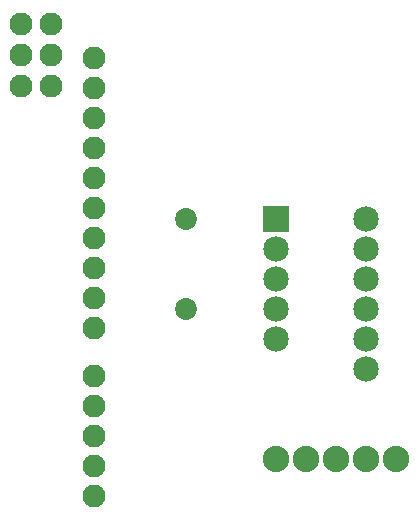
<source format=gbs>
G04 MADE WITH FRITZING*
G04 WWW.FRITZING.ORG*
G04 DOUBLE SIDED*
G04 HOLES PLATED*
G04 CONTOUR ON CENTER OF CONTOUR VECTOR*
%ASAXBY*%
%FSLAX23Y23*%
%MOIN*%
%OFA0B0*%
%SFA1.0B1.0*%
%ADD10C,0.088000*%
%ADD11C,0.076111*%
%ADD12C,0.076139*%
%ADD13C,0.085000*%
%ADD14C,0.072992*%
%ADD15R,0.085000X0.085000*%
%ADD16R,0.001000X0.001000*%
%LNMASK0*%
G90*
G70*
G54D10*
X1037Y170D03*
X1137Y170D03*
X1237Y170D03*
X1337Y170D03*
X1437Y170D03*
G54D11*
X430Y606D03*
X430Y706D03*
X430Y806D03*
X430Y906D03*
X430Y1006D03*
X430Y1106D03*
X430Y1206D03*
X430Y1306D03*
X430Y1406D03*
X430Y1506D03*
G54D12*
X430Y46D03*
G54D11*
X430Y146D03*
X430Y246D03*
X430Y346D03*
X430Y446D03*
X287Y1516D03*
X188Y1516D03*
X287Y1412D03*
X188Y1412D03*
X287Y1620D03*
X188Y1620D03*
G54D13*
X1037Y970D03*
X1037Y870D03*
X1037Y770D03*
X1037Y670D03*
X1037Y570D03*
X1337Y470D03*
X1337Y570D03*
X1337Y670D03*
X1337Y770D03*
X1337Y870D03*
X1337Y970D03*
X1037Y970D03*
X1037Y870D03*
X1037Y770D03*
X1037Y670D03*
X1037Y570D03*
X1337Y470D03*
X1337Y570D03*
X1337Y670D03*
X1337Y770D03*
X1337Y870D03*
X1337Y970D03*
G54D14*
X737Y969D03*
X737Y669D03*
G54D15*
X1037Y970D03*
X1037Y970D03*
G54D16*
D02*
G04 End of Mask0*
M02*
</source>
